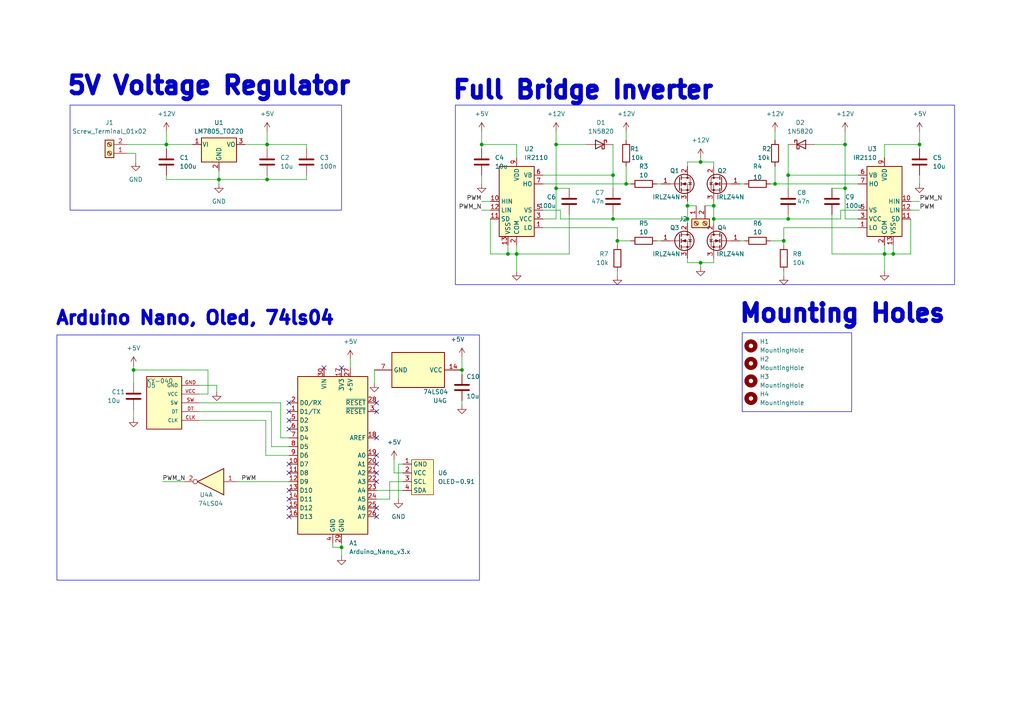
<source format=kicad_sch>
(kicad_sch (version 20230121) (generator eeschema)
  (paper "A4")
  (title_block (title "Full Bridge Inverter") (rev "3") (company "Yohanes Stefanus"))
  (lib_symbols
    (symbol "74xx:74LS04"
      (property "Reference" "U" (at 0 1.27 0))
      (property "Value" "74LS04" (at 0 -1.27 0))
      (symbol "74LS04_1_0"
        (polyline (pts (xy -3.81 3.81) (xy -3.81 -3.81) (xy 3.81 0) (xy -3.81 3.81)) (stroke (width 0.254)) (fill (type background)))
        (pin input line (at -7.62 0 0) (length 3.81) (name "~") (number "1"))
        (pin output inverted (at 7.62 0 180) (length 3.81) (name "~") (number "2"))
      )
      (symbol "74LS04_2_0"
        (polyline (pts (xy -3.81 3.81) (xy -3.81 -3.81) (xy 3.81 0) (xy -3.81 3.81)) (stroke (width 0.254)) (fill (type background)))
        (pin input line (at -7.62 0 0) (length 3.81) (name "~") (number "3"))
        (pin output inverted (at 7.62 0 180) (length 3.81) (name "~") (number "4"))
      )
      (symbol "74LS04_3_0"
        (polyline (pts (xy -3.81 3.81) (xy -3.81 -3.81) (xy 3.81 0) (xy -3.81 3.81)) (stroke (width 0.254)) (fill (type background)))
        (pin input line (at -7.62 0 0) (length 3.81) (name "~") (number "5"))
        (pin output inverted (at 7.62 0 180) (length 3.81) (name "~") (number "6"))
      )
      (symbol "74LS04_4_0"
        (polyline (pts (xy -3.81 3.81) (xy -3.81 -3.81) (xy 3.81 0) (xy -3.81 3.81)) (stroke (width 0.254)) (fill (type background)))
        (pin output inverted (at 7.62 0 180) (length 3.81) (name "~") (number "8"))
        (pin input line (at -7.62 0 0) (length 3.81) (name "~") (number "9"))
      )
      (symbol "74LS04_5_0"
        (polyline (pts (xy -3.81 3.81) (xy -3.81 -3.81) (xy 3.81 0) (xy -3.81 3.81)) (stroke (width 0.254)) (fill (type background)))
        (pin output inverted (at 7.62 0 180) (length 3.81) (name "~") (number "10"))
        (pin input line (at -7.62 0 0) (length 3.81) (name "~") (number "11"))
      )
      (symbol "74LS04_6_0"
        (polyline (pts (xy -3.81 3.81) (xy -3.81 -3.81) (xy 3.81 0) (xy -3.81 3.81)) (stroke (width 0.254)) (fill (type background)))
        (pin output inverted (at 7.62 0 180) (length 3.81) (name "~") (number "12"))
        (pin input line (at -7.62 0 0) (length 3.81) (name "~") (number "13"))
      )
      (symbol "74LS04_7_0"
        (pin power_in line (at 0 12.7 270) (length 5.08) (name "VCC") (number "14"))
        (pin power_in line (at 0 -12.7 90) (length 5.08) (name "GND") (number "7"))
      )
      (symbol "74LS04_7_1"
        (rectangle (start -5.08 7.62) (end 5.08 -7.62) (stroke (width 0.254)) (fill (type background)))
      )
    )
    (symbol "Connector:Screw_Terminal_01x02" (pin_names (offset 1.016) hide)
      (property "Reference" "J" (at 0 2.54 0))
      (property "Value" "Screw_Terminal_01x02" (at 0 -5.08 0))
      (symbol "Screw_Terminal_01x02_1_1"
        (rectangle (start -1.27 1.27) (end 1.27 -3.81) (stroke (width 0.254)) (fill (type background)))
        (circle (center 0 -2.54) (radius 0.635) (stroke (width 0.1524)))
        (polyline (pts (xy -0.5334 -2.2098) (xy 0.3302 -3.048)) (stroke (width 0.1524)))
        (polyline (pts (xy -0.5334 0.3302) (xy 0.3302 -0.508)) (stroke (width 0.1524)))
        (polyline (pts (xy -0.3556 -2.032) (xy 0.508 -2.8702)) (stroke (width 0.1524)))
        (polyline (pts (xy -0.3556 0.508) (xy 0.508 -0.3302)) (stroke (width 0.1524)))
        (circle (center 0 0) (radius 0.635) (stroke (width 0.1524)))
        (pin passive line (at -5.08 0 0) (length 3.81) (name "Pin_1") (number "1"))
        (pin passive line (at -5.08 -2.54 0) (length 3.81) (name "Pin_2") (number "2"))
      )
    )
    (symbol "Device:C" (pin_numbers hide) (pin_names (offset 0.254))
      (property "Reference" "C" (at 0.635 2.54 0))
      (property "Value" "C" (at 0.635 -2.54 0))
      (symbol "C_0_1"
        (polyline (pts (xy -2.032 -0.762) (xy 2.032 -0.762)) (stroke (width 0.508)))
        (polyline (pts (xy -2.032 0.762) (xy 2.032 0.762)) (stroke (width 0.508)))
      )
      (symbol "C_1_1"
        (pin passive line (at 0 3.81 270) (length 2.794) (name "~") (number "1"))
        (pin passive line (at 0 -3.81 90) (length 2.794) (name "~") (number "2"))
      )
    )
    (symbol "Device:R" (pin_numbers hide) (pin_names (offset 0))
      (property "Reference" "R" (at 2.032 0 90))
      (property "Value" "R" (at 0 0 90))
      (symbol "R_0_1"
        (rectangle (start -1.016 -2.54) (end 1.016 2.54) (stroke (width 0.254)))
      )
      (symbol "R_1_1"
        (pin passive line (at 0 3.81 270) (length 1.27) (name "~") (number "1"))
        (pin passive line (at 0 -3.81 90) (length 1.27) (name "~") (number "2"))
      )
    )
    (symbol "Diode:1N5820" (pin_numbers hide) (pin_names (offset 1.016) hide)
      (property "Reference" "D" (at 0 2.54 0))
      (property "Value" "1N5820" (at 0 -2.54 0))
      (symbol "1N5820_0_1"
        (polyline (pts (xy 1.27 0) (xy -1.27 0)))
        (polyline (pts (xy 1.27 1.27) (xy 1.27 -1.27) (xy -1.27 0) (xy 1.27 1.27)) (stroke (width 0.254)))
        (polyline (pts (xy -1.905 0.635) (xy -1.905 1.27) (xy -1.27 1.27) (xy -1.27 -1.27) (xy -0.635 -1.27) (xy -0.635 -0.635)) (stroke (width 0.254)))
      )
      (symbol "1N5820_1_1"
        (pin passive line (at -3.81 0 0) (length 2.54) (name "K") (number "1"))
        (pin passive line (at 3.81 0 180) (length 2.54) (name "A") (number "2"))
      )
    )
    (symbol "Driver_FET:IR2110"
      (property "Reference" "U" (at 1.27 13.335 0))
      (property "Value" "IR2110" (at 1.27 11.43 0))
      (symbol "IR2110_0_1"
        (rectangle (start -5.08 -10.16) (end 5.08 10.16) (stroke (width 0.254)) (fill (type background)))
      )
      (symbol "IR2110_1_1"
        (pin output line (at 7.62 -7.62 180) (length 2.54) (name "LO") (number "1"))
        (pin input line (at -7.62 0 0) (length 2.54) (name "HIN") (number "10"))
        (pin input line (at -7.62 -5.08 0) (length 2.54) (name "SD") (number "11"))
        (pin input line (at -7.62 -2.54 0) (length 2.54) (name "LIN") (number "12"))
        (pin power_in line (at -2.54 -12.7 90) (length 2.54) (name "VSS") (number "13"))
        (pin no_connect line (at -5.08 2.54 0) (length 2.54) hide (name "NC") (number "14"))
        (pin power_in line (at 0 -12.7 90) (length 2.54) (name "COM") (number "2"))
        (pin power_in line (at 7.62 -5.08 180) (length 2.54) (name "VCC") (number "3"))
        (pin no_connect line (at -5.08 7.62 0) (length 2.54) hide (name "NC") (number "4"))
        (pin passive line (at 7.62 -2.54 180) (length 2.54) (name "VS") (number "5"))
        (pin passive line (at 7.62 7.62 180) (length 2.54) (name "VB") (number "6"))
        (pin output line (at 7.62 5.08 180) (length 2.54) (name "HO") (number "7"))
        (pin no_connect line (at -5.08 5.08 0) (length 2.54) hide (name "NC") (number "8"))
        (pin power_in line (at 0 12.7 270) (length 2.54) (name "VDD") (number "9"))
      )
    )
    (symbol "KY-040:KY-040" (pin_names (offset 1.016))
      (property "Reference" "U" (at -5.08 10.16 0))
      (property "Value" "KY-040" (at -5.08 -12.7 0))
      (symbol "KY-040_0_0"
        (rectangle (start -5.08 -7.62) (end 5.08 7.62) (stroke (width 0.254)) (fill (type background)))
        (pin output line (at -10.16 5.08 0) (length 5.08) (name "CLK") (number "CLK"))
        (pin output line (at -10.16 2.54 0) (length 5.08) (name "DT") (number "DT"))
        (pin power_in line (at -10.16 -5.08 0) (length 5.08) (name "GND") (number "GND"))
        (pin output line (at -10.16 0 0) (length 5.08) (name "SW") (number "SW"))
        (pin power_in line (at -10.16 -2.54 0) (length 5.08) (name "VCC") (number "VCC"))
      )
    )
    (symbol "MCU_Module:Arduino_Nano_v3.x"
      (property "Reference" "A" (at -10.16 23.495 0))
      (property "Value" "Arduino_Nano_v3.x" (at 5.08 -24.13 0))
      (symbol "Arduino_Nano_v3.x_0_1"
        (rectangle (start -10.16 22.86) (end 10.16 -22.86) (stroke (width 0.254)) (fill (type background)))
      )
      (symbol "Arduino_Nano_v3.x_1_1"
        (pin bidirectional line (at -12.7 12.7 0) (length 2.54) (name "D1/TX") (number "1"))
        (pin bidirectional line (at -12.7 -2.54 0) (length 2.54) (name "D7") (number "10"))
        (pin bidirectional line (at -12.7 -5.08 0) (length 2.54) (name "D8") (number "11"))
        (pin bidirectional line (at -12.7 -7.62 0) (length 2.54) (name "D9") (number "12"))
        (pin bidirectional line (at -12.7 -10.16 0) (length 2.54) (name "D10") (number "13"))
        (pin bidirectional line (at -12.7 -12.7 0) (length 2.54) (name "D11") (number "14"))
        (pin bidirectional line (at -12.7 -15.24 0) (length 2.54) (name "D12") (number "15"))
        (pin bidirectional line (at -12.7 -17.78 0) (length 2.54) (name "D13") (number "16"))
        (pin power_out line (at 2.54 25.4 270) (length 2.54) (name "3V3") (number "17"))
        (pin input line (at 12.7 5.08 180) (length 2.54) (name "AREF") (number "18"))
        (pin bidirectional line (at 12.7 0 180) (length 2.54) (name "A0") (number "19"))
        (pin bidirectional line (at -12.7 15.24 0) (length 2.54) (name "D0/RX") (number "2"))
        (pin bidirectional line (at 12.7 -2.54 180) (length 2.54) (name "A1") (number "20"))
        (pin bidirectional line (at 12.7 -5.08 180) (length 2.54) (name "A2") (number "21"))
        (pin bidirectional line (at 12.7 -7.62 180) (length 2.54) (name "A3") (number "22"))
        (pin bidirectional line (at 12.7 -10.16 180) (length 2.54) (name "A4") (number "23"))
        (pin bidirectional line (at 12.7 -12.7 180) (length 2.54) (name "A5") (number "24"))
        (pin bidirectional line (at 12.7 -15.24 180) (length 2.54) (name "A6") (number "25"))
        (pin bidirectional line (at 12.7 -17.78 180) (length 2.54) (name "A7") (number "26"))
        (pin power_out line (at 5.08 25.4 270) (length 2.54) (name "+5V") (number "27"))
        (pin input line (at 12.7 15.24 180) (length 2.54) (name "~{RESET}") (number "28"))
        (pin power_in line (at 2.54 -25.4 90) (length 2.54) (name "GND") (number "29"))
        (pin input line (at 12.7 12.7 180) (length 2.54) (name "~{RESET}") (number "3"))
        (pin power_in line (at -2.54 25.4 270) (length 2.54) (name "VIN") (number "30"))
        (pin power_in line (at 0 -25.4 90) (length 2.54) (name "GND") (number "4"))
        (pin bidirectional line (at -12.7 10.16 0) (length 2.54) (name "D2") (number "5"))
        (pin bidirectional line (at -12.7 7.62 0) (length 2.54) (name "D3") (number "6"))
        (pin bidirectional line (at -12.7 5.08 0) (length 2.54) (name "D4") (number "7"))
        (pin bidirectional line (at -12.7 2.54 0) (length 2.54) (name "D5") (number "8"))
        (pin bidirectional line (at -12.7 0 0) (length 2.54) (name "D6") (number "9"))
      )
    )
    (symbol "Mechanical:MountingHole" (pin_names (offset 1.016))
      (property "Reference" "H" (at 0 5.08 0))
      (property "Value" "MountingHole" (at 0 3.175 0))
      (symbol "MountingHole_0_1"
        (circle (center 0 0) (radius 1.27) (stroke (width 1.27)))
      )
    )
    (symbol "Regulator_Linear:LM7805_TO220" (pin_names (offset 0.254))
      (property "Reference" "U" (at -3.81 3.175 0))
      (property "Value" "LM7805_TO220" (at 0 3.175 0))
      (symbol "LM7805_TO220_0_1"
        (rectangle (start -5.08 1.905) (end 5.08 -5.08) (stroke (width 0.254)) (fill (type background)))
      )
      (symbol "LM7805_TO220_1_1"
        (pin power_in line (at -7.62 0 0) (length 2.54) (name "VI") (number "1"))
        (pin power_in line (at 0 -7.62 90) (length 2.54) (name "GND") (number "2"))
        (pin power_out line (at 7.62 0 180) (length 2.54) (name "VO") (number "3"))
      )
    )
    (symbol "SSD1306-0.91-OLED-4pin-128x32:OLED-0.91"
      (property "Reference" "U?" (at -5.08 1.27 0))
      (property "Value" "OLED-0.91" (at -1.27 3.81 0))
      (symbol "OLED-0.91_1_1"
        (rectangle (start -6.35 0) (end 0 -10.16) (fill (type background)))
        (pin bidirectional line (at -8.89 -1.27 0) (length 2.54) (name "GND") (number "1"))
        (pin bidirectional line (at -8.89 -3.81 0) (length 2.54) (name "VCC") (number "2"))
        (pin bidirectional line (at -8.89 -6.35 0) (length 2.54) (name "SCL") (number "3"))
        (pin bidirectional line (at -8.89 -8.89 0) (length 2.54) (name "SDA") (number "4"))
      )
    )
    (symbol "Transistor_FET:IRLZ44N" (pin_names hide)
      (property "Reference" "Q" (at 5.08 1.905 0))
      (property "Value" "IRLZ44N" (at 5.08 0 0))
      (symbol "IRLZ44N_0_1"
        (polyline (pts (xy 0.254 0) (xy -2.54 0)))
        (polyline (pts (xy 0.254 1.905) (xy 0.254 -1.905)) (stroke (width 0.254)))
        (polyline (pts (xy 0.762 -1.27) (xy 0.762 -2.286)) (stroke (width 0.254)))
        (polyline (pts (xy 0.762 0.508) (xy 0.762 -0.508)) (stroke (width 0.254)))
        (polyline (pts (xy 0.762 2.286) (xy 0.762 1.27)) (stroke (width 0.254)))
        (polyline (pts (xy 2.54 2.54) (xy 2.54 1.778)))
        (polyline (pts (xy 2.54 -2.54) (xy 2.54 0) (xy 0.762 0)))
        (polyline (pts (xy 0.762 -1.778) (xy 3.302 -1.778) (xy 3.302 1.778) (xy 0.762 1.778)))
        (polyline (pts (xy 1.016 0) (xy 2.032 0.381) (xy 2.032 -0.381) (xy 1.016 0)) (fill (type outline)))
        (polyline (pts (xy 2.794 0.508) (xy 2.921 0.381) (xy 3.683 0.381) (xy 3.81 0.254)))
        (polyline (pts (xy 3.302 0.381) (xy 2.921 -0.254) (xy 3.683 -0.254) (xy 3.302 0.381)))
        (circle (center 1.651 0) (radius 2.794) (stroke (width 0.254)))
        (circle (center 2.54 -1.778) (radius 0.254) (fill (type outline)))
        (circle (center 2.54 1.778) (radius 0.254) (fill (type outline)))
      )
      (symbol "IRLZ44N_1_1"
        (pin input line (at -5.08 0 0) (length 2.54) (name "G") (number "1"))
        (pin passive line (at 2.54 5.08 270) (length 2.54) (name "D") (number "2"))
        (pin passive line (at 2.54 -5.08 90) (length 2.54) (name "S") (number "3"))
      )
    )
    (symbol "power:+12V" (power) (pin_names (offset 0))
      (property "Value" "+12V" (at 0 3.556 0))
      (symbol "+12V_0_1"
        (polyline (pts (xy -0.762 1.27) (xy 0 2.54)))
        (polyline (pts (xy 0 0) (xy 0 2.54)))
        (polyline (pts (xy 0 2.54) (xy 0.762 1.27)))
      )
      (symbol "+12V_1_1"
        (pin power_in line (at 0 0 90) (length 0) hide (name "+12V") (number "1"))
      )
    )
    (symbol "power:+5V" (power) (pin_names (offset 0))
      (property "Value" "+5V" (at 0 3.556 0))
      (symbol "+5V_0_1"
        (polyline (pts (xy -0.762 1.27) (xy 0 2.54)))
        (polyline (pts (xy 0 0) (xy 0 2.54)))
        (polyline (pts (xy 0 2.54) (xy 0.762 1.27)))
      )
      (symbol "+5V_1_1"
        (pin power_in line (at 0 0 90) (length 0) hide (name "+5V") (number "1"))
      )
    )
    (symbol "power:GND" (power) (pin_names (offset 0))
      (property "Value" "GND" (at 0 -3.81 0))
      (symbol "GND_0_1"
        (polyline (pts (xy 0 0) (xy 0 -1.27) (xy 1.27 -1.27) (xy 0 -2.54) (xy -1.27 -1.27) (xy 0 -1.27)))
      )
      (symbol "GND_1_1"
        (pin power_in line (at 0 0 270) (length 0) hide (name "GND") (number "1"))
      )
    )
  )
  (junction (at 245.11 54.61))
  (junction (at 203.2 46.99))
  (junction (at 77.47 52.07))
  (junction (at 48.26 41.91))
  (junction (at 227.33 69.85))
  (junction (at 181.61 53.34))
  (junction (at 203.2 76.2))
  (junction (at 161.29 41.91))
  (junction (at 228.6 63.5))
  (junction (at 177.8 50.8))
  (junction (at 77.47 41.91))
  (junction (at 139.7 41.91))
  (junction (at 259.08 73.66))
  (junction (at 228.6 50.8))
  (junction (at 147.32 73.66))
  (junction (at 207.01 59.69))
  (junction (at 177.8 63.5))
  (junction (at 99.06 158.75))
  (junction (at 63.5 52.07))
  (junction (at 149.86 73.66))
  (junction (at 224.79 53.34))
  (junction (at 266.7 41.91))
  (junction (at 207.01 63.5))
  (junction (at 199.39 63.5))
  (junction (at 256.54 73.66))
  (junction (at 179.07 69.85))
  (junction (at 38.735 107.315))
  (junction (at 245.11 41.91))
  (junction (at 133.985 107.315))
  (junction (at 199.39 59.69))
  (junction (at 161.29 54.61))
  (no_connect (at 109.22 139.7))
  (no_connect (at 109.22 137.16))
  (no_connect (at 99.06 106.68))
  (no_connect (at 83.82 134.62))
  (no_connect (at 109.22 149.86))
  (no_connect (at 109.22 134.62))
  (no_connect (at 83.82 147.32))
  (no_connect (at 83.82 124.46))
  (no_connect (at 109.22 132.08))
  (no_connect (at 83.82 119.38))
  (no_connect (at 109.22 119.38))
  (no_connect (at 83.82 137.16))
  (no_connect (at 83.82 142.24))
  (no_connect (at 83.82 116.84))
  (no_connect (at 83.82 144.78))
  (no_connect (at 109.22 116.84))
  (no_connect (at 83.82 121.92))
  (no_connect (at 83.82 149.86))
  (no_connect (at 93.98 106.68))
  (no_connect (at 109.22 147.32))
  (no_connect (at 109.22 127))
  (wire (pts (xy 179.07 69.85) (xy 182.88 69.85)))
  (wire (pts (xy 142.24 60.96) (xy 139.7 60.96)))
  (wire (pts (xy 177.8 50.8) (xy 177.8 54.61)))
  (wire (pts (xy 256.54 41.91) (xy 266.7 41.91)))
  (wire (pts (xy 177.8 50.8) (xy 157.48 50.8)))
  (wire (pts (xy 199.39 59.69) (xy 199.39 63.5)))
  (wire (pts (xy 132.715 107.315) (xy 133.985 107.315)))
  (wire (pts (xy 48.26 50.8) (xy 48.26 52.07)))
  (wire (pts (xy 149.86 41.91) (xy 139.7 41.91)))
  (wire (pts (xy 48.26 52.07) (xy 63.5 52.07)))
  (wire (pts (xy 207.01 74.93) (xy 207.01 76.2)))
  (wire (pts (xy 114.3 133.35) (xy 114.3 137.16)))
  (wire (pts (xy 83.82 132.08) (xy 77.089 132.08)))
  (wire (pts (xy 78.74 129.54) (xy 83.82 129.54)))
  (wire (pts (xy 199.39 48.26) (xy 199.39 46.99)))
  (wire (pts (xy 68.707 139.7) (xy 83.82 139.7)))
  (wire (pts (xy 142.24 73.66) (xy 147.32 73.66)))
  (wire (pts (xy 241.3 73.66) (xy 256.54 73.66)))
  (wire (pts (xy 81.407 127) (xy 83.82 127)))
  (wire (pts (xy 199.39 58.42) (xy 199.39 59.69)))
  (wire (pts (xy 63.5 52.07) (xy 63.5 53.34)))
  (wire (pts (xy 165.1 73.66) (xy 149.86 73.66)))
  (wire (pts (xy 161.29 38.1) (xy 161.29 41.91)))
  (wire (pts (xy 147.32 71.12) (xy 147.32 73.66)))
  (wire (pts (xy 161.29 41.91) (xy 161.29 54.61)))
  (wire (pts (xy 228.6 41.91) (xy 228.6 50.8)))
  (wire (pts (xy 199.39 63.5) (xy 177.8 63.5)))
  (wire (pts (xy 199.39 74.93) (xy 199.39 76.2)))
  (wire (pts (xy 139.7 43.18) (xy 139.7 41.91)))
  (wire (pts (xy 264.16 60.96) (xy 266.7 60.96)))
  (wire (pts (xy 256.54 41.91) (xy 256.54 45.72)))
  (wire (pts (xy 256.54 71.12) (xy 256.54 73.66)))
  (wire (pts (xy 63.5 49.53) (xy 63.5 52.07)))
  (wire (pts (xy 71.12 41.91) (xy 77.47 41.91)))
  (wire (pts (xy 57.785 119.38) (xy 78.74 119.38)))
  (wire (pts (xy 236.22 41.91) (xy 245.11 41.91)))
  (wire (pts (xy 149.86 41.91) (xy 149.86 45.72)))
  (wire (pts (xy 133.985 103.505) (xy 133.985 107.315)))
  (wire (pts (xy 99.06 158.75) (xy 99.06 161.29)))
  (wire (pts (xy 214.63 69.85) (xy 215.9 69.85)))
  (wire (pts (xy 133.985 116.205) (xy 133.985 117.475)))
  (wire (pts (xy 109.22 142.24) (xy 116.84 142.24)))
  (wire (pts (xy 199.39 46.99) (xy 203.2 46.99)))
  (wire (pts (xy 179.07 71.12) (xy 179.07 69.85)))
  (wire (pts (xy 256.54 73.66) (xy 256.54 78.74)))
  (wire (pts (xy 149.86 71.12) (xy 149.86 73.66)))
  (wire (pts (xy 139.7 38.1) (xy 139.7 41.91)))
  (wire (pts (xy 88.9 43.18) (xy 88.9 41.91)))
  (wire (pts (xy 38.735 106.045) (xy 38.735 107.315)))
  (wire (pts (xy 199.39 59.69) (xy 201.93 59.69)))
  (wire (pts (xy 36.83 41.91) (xy 48.26 41.91)))
  (wire (pts (xy 77.47 41.91) (xy 77.47 43.18)))
  (wire (pts (xy 77.47 41.91) (xy 88.9 41.91)))
  (wire (pts (xy 170.18 41.91) (xy 161.29 41.91)))
  (wire (pts (xy 48.26 38.1) (xy 48.26 41.91)))
  (wire (pts (xy 264.16 63.5) (xy 264.16 73.66)))
  (wire (pts (xy 203.2 45.72) (xy 203.2 46.99)))
  (wire (pts (xy 243.84 60.96) (xy 243.84 63.5)))
  (wire (pts (xy 48.26 43.18) (xy 48.26 41.91)))
  (wire (pts (xy 207.01 58.42) (xy 207.01 59.69)))
  (wire (pts (xy 207.01 46.99) (xy 207.01 48.26)))
  (wire (pts (xy 48.26 41.91) (xy 55.88 41.91)))
  (wire (pts (xy 259.08 71.12) (xy 259.08 73.66)))
  (wire (pts (xy 57.785 116.84) (xy 81.407 116.84)))
  (wire (pts (xy 227.33 66.04) (xy 248.92 66.04)))
  (wire (pts (xy 248.92 63.5) (xy 245.11 63.5)))
  (wire (pts (xy 38.735 118.745) (xy 38.735 121.285)))
  (wire (pts (xy 162.56 63.5) (xy 177.8 63.5)))
  (wire (pts (xy 179.07 69.85) (xy 179.07 66.04)))
  (wire (pts (xy 223.52 69.85) (xy 227.33 69.85)))
  (wire (pts (xy 224.79 53.34) (xy 248.92 53.34)))
  (wire (pts (xy 81.407 116.84) (xy 81.407 127)))
  (wire (pts (xy 214.63 53.34) (xy 215.9 53.34)))
  (wire (pts (xy 88.9 50.8) (xy 88.9 52.07)))
  (wire (pts (xy 224.79 48.26) (xy 224.79 53.34)))
  (wire (pts (xy 139.7 50.8) (xy 139.7 53.34)))
  (wire (pts (xy 264.16 58.42) (xy 266.7 58.42)))
  (wire (pts (xy 96.52 157.48) (xy 96.52 158.75)))
  (wire (pts (xy 165.1 54.61) (xy 161.29 54.61)))
  (wire (pts (xy 203.2 46.99) (xy 207.01 46.99)))
  (wire (pts (xy 157.48 63.5) (xy 161.29 63.5)))
  (wire (pts (xy 157.48 60.96) (xy 162.56 60.96)))
  (wire (pts (xy 77.47 52.07) (xy 88.9 52.07)))
  (wire (pts (xy 101.6 104.14) (xy 101.6 106.68)))
  (wire (pts (xy 47.117 139.7) (xy 53.467 139.7)))
  (wire (pts (xy 78.74 119.38) (xy 78.74 129.54)))
  (wire (pts (xy 142.24 63.5) (xy 142.24 73.66)))
  (wire (pts (xy 207.01 63.5) (xy 228.6 63.5)))
  (wire (pts (xy 243.84 63.5) (xy 228.6 63.5)))
  (wire (pts (xy 113.03 139.7) (xy 113.03 144.78)))
  (wire (pts (xy 204.47 59.69) (xy 207.01 59.69)))
  (wire (pts (xy 162.56 60.96) (xy 162.56 63.5)))
  (wire (pts (xy 266.7 43.18) (xy 266.7 41.91)))
  (wire (pts (xy 266.7 50.8) (xy 266.7 53.34)))
  (wire (pts (xy 108.585 107.315) (xy 108.585 111.125)))
  (wire (pts (xy 181.61 53.34) (xy 157.48 53.34)))
  (wire (pts (xy 77.47 38.1) (xy 77.47 41.91)))
  (wire (pts (xy 228.6 63.5) (xy 228.6 62.23)))
  (wire (pts (xy 224.79 38.1) (xy 224.79 40.64)))
  (wire (pts (xy 161.29 54.61) (xy 161.29 63.5)))
  (wire (pts (xy 133.985 108.585) (xy 133.985 107.315)))
  (wire (pts (xy 245.11 41.91) (xy 245.11 54.61)))
  (wire (pts (xy 116.84 139.7) (xy 113.03 139.7)))
  (wire (pts (xy 241.3 62.23) (xy 241.3 73.66)))
  (wire (pts (xy 266.7 38.1) (xy 266.7 41.91)))
  (wire (pts (xy 228.6 50.8) (xy 248.92 50.8)))
  (wire (pts (xy 182.88 53.34) (xy 181.61 53.34)))
  (wire (pts (xy 36.83 44.45) (xy 39.37 44.45)))
  (wire (pts (xy 63.5 52.07) (xy 77.47 52.07)))
  (wire (pts (xy 62.865 111.76) (xy 62.865 113.665)))
  (wire (pts (xy 57.785 114.3) (xy 60.325 114.3)))
  (wire (pts (xy 181.61 38.1) (xy 181.61 40.64)))
  (wire (pts (xy 165.1 62.23) (xy 165.1 73.66)))
  (wire (pts (xy 57.785 111.76) (xy 62.865 111.76)))
  (wire (pts (xy 77.089 132.08) (xy 77.089 121.92)))
  (wire (pts (xy 227.33 69.85) (xy 227.33 66.04)))
  (wire (pts (xy 227.33 78.74) (xy 227.33 80.01)))
  (wire (pts (xy 264.16 73.66) (xy 259.08 73.66)))
  (wire (pts (xy 190.5 53.34) (xy 191.77 53.34)))
  (wire (pts (xy 259.08 73.66) (xy 256.54 73.66)))
  (wire (pts (xy 179.07 66.04) (xy 157.48 66.04)))
  (wire (pts (xy 248.92 60.96) (xy 243.84 60.96)))
  (wire (pts (xy 116.84 137.16) (xy 114.3 137.16)))
  (wire (pts (xy 38.735 107.315) (xy 38.735 111.125)))
  (wire (pts (xy 228.6 50.8) (xy 228.6 54.61)))
  (wire (pts (xy 207.01 63.5) (xy 207.01 64.77)))
  (wire (pts (xy 142.24 58.42) (xy 139.7 58.42)))
  (wire (pts (xy 203.2 76.2) (xy 203.2 77.47)))
  (wire (pts (xy 245.11 38.1) (xy 245.11 41.91)))
  (wire (pts (xy 179.07 78.74) (xy 179.07 80.01)))
  (wire (pts (xy 60.325 107.315) (xy 60.325 114.3)))
  (wire (pts (xy 223.52 53.34) (xy 224.79 53.34)))
  (wire (pts (xy 77.47 50.8) (xy 77.47 52.07)))
  (wire (pts (xy 207.01 59.69) (xy 207.01 63.5)))
  (wire (pts (xy 199.39 63.5) (xy 199.39 64.77)))
  (wire (pts (xy 38.735 107.315) (xy 60.325 107.315)))
  (wire (pts (xy 241.3 54.61) (xy 245.11 54.61)))
  (wire (pts (xy 39.37 44.45) (xy 39.37 46.99)))
  (wire (pts (xy 199.39 76.2) (xy 203.2 76.2)))
  (wire (pts (xy 245.11 54.61) (xy 245.11 63.5)))
  (wire (pts (xy 190.5 69.85) (xy 191.77 69.85)))
  (wire (pts (xy 181.61 48.26) (xy 181.61 53.34)))
  (wire (pts (xy 147.32 73.66) (xy 149.86 73.66)))
  (wire (pts (xy 109.22 144.78) (xy 113.03 144.78)))
  (wire (pts (xy 116.84 134.62) (xy 115.57 134.62)))
  (wire (pts (xy 77.089 121.92) (xy 57.785 121.92)))
  (wire (pts (xy 203.2 76.2) (xy 207.01 76.2)))
  (wire (pts (xy 96.52 158.75) (xy 99.06 158.75)))
  (wire (pts (xy 115.57 134.62) (xy 115.57 144.78)))
  (wire (pts (xy 149.86 73.66) (xy 149.86 78.74)))
  (wire (pts (xy 227.33 71.12) (xy 227.33 69.85)))
  (wire (pts (xy 177.8 41.91) (xy 177.8 50.8)))
  (wire (pts (xy 99.06 157.48) (xy 99.06 158.75)))
  (wire (pts (xy 177.8 63.5) (xy 177.8 62.23)))
  (rectangle (start 215.265 96.52) (end 247.015 119.38))
  (rectangle (start 20.32 30.48) (end 20.32 30.48))
  (rectangle (start 132.08 30.48) (end 276.86 82.55))
  (rectangle (start 16.51 97.155) (end 139.065 168.275))
  (rectangle (start 20.32 30.48) (end 99.06 60.96))
  (text "Arduino Nano, Oled, 74ls04" (at 15.875 94.615 0) (effects (font (size 3.81 3.81) (thickness 1.524) bold) (justify left bottom)))
  (text "Full Bridge Inverter" (at 130.81 29.21 0) (effects (font (size 5.08 5.08) (thickness 1.524) bold) (justify left bottom)))
  (text "Mounting Holes" (at 213.995 93.98 0) (effects (font (size 5.08 5.08) (thickness 1.524) bold) (justify left bottom)))
  (text "5V Voltage Regulator" (at 19.05 27.94 0) (effects (font (size 5.08 5.08) (thickness 1.524) bold) (justify left bottom)))
  (label "PWM_N" (at 139.7 60.96 180))
  (label "PWM_N" (at 47.117 139.7 0))
  (label "PWM" (at 139.7 58.42 180))
  (label "PWM" (at 69.977 139.7 0))
  (label "PWM_N" (at 266.7 58.42 0))
  (label "PWM" (at 266.7 60.96 0))
  (symbol (lib_id "74xx:74LS04") (at 121.285 107.315 270) (unit 7)
    (property "Reference" "U4" (at 127.635 116.205 90))
    (property "Value" "74LS04" (at 126.365 113.665 90))
    (property "Footprint" "Package_DIP:DIP-14_W7.62mm_Socket_LongPads" (effects hide))
    (property "Datasheet" "http://www.ti.com/lit/gpn/sn74LS04" (effects hide))
  )
  (symbol (lib_id "Regulator_Linear:LM7805_TO220") (at 63.5 41.91 0) (unit 1)
    (property "Reference" "U1" (at 63.5 35.56 0))
    (property "Value" "LM7805_TO220" (at 63.5 38.1 0))
    (property "Footprint" "Package_TO_SOT_THT:TO-220-3_Vertical" (effects hide))
    (property "Datasheet" "https://www.onsemi.cn/PowerSolutions/document/MC7800-D.PDF" (effects hide))
  )
  (symbol (lib_id "power:+5V") (at 101.6 104.14 0) (unit 1)
    (property "Reference" "#PWR020" (effects hide))
    (property "Value" "+5V" (at 101.6 99.06 0))
  )
  (symbol (lib_id "Device:C") (at 241.3 58.42 0) (unit 1)
    (property "Reference" "C9" (at 245.11 57.15 0) (effects (justify left)))
    (property "Value" "100u" (at 245.11 59.69 0) (effects (justify left)))
    (property "Footprint" "Capacitor_THT:C_Radial_D8.0mm_H11.5mm_P3.50mm" (effects hide))
  )
  (symbol (lib_id "power:+12V") (at 224.79 38.1 0) (unit 1)
    (property "Reference" "#PWR06" (effects hide))
    (property "Value" "+12V" (at 224.79 33.02 0))
  )
  (symbol (lib_id "Device:C") (at 77.47 46.99 0) (unit 1)
    (property "Reference" "C2" (at 81.28 45.72 0) (effects (justify left)))
    (property "Value" "10u" (at 81.28 48.26 0) (effects (justify left)))
    (property "Footprint" "Capacitor_THT:C_Radial_D5.0mm_H11.0mm_P2.00mm" (effects hide))
  )
  (symbol (lib_id "Connector:Screw_Terminal_01x02") (at 31.75 44.45 180) (unit 1)
    (property "Reference" "J1" (at 31.75 35.56 0))
    (property "Value" "Screw_Terminal_01x02" (at 31.75 38.1 0))
    (property "Footprint" "HB9500:HB9500" (effects hide))
  )
  (symbol (lib_id "Device:C") (at 177.8 58.42 0) (mirror y) (unit 1)
    (property "Reference" "C7" (at 175.26 55.88 0) (effects (justify left)))
    (property "Value" "47n" (at 175.26 58.42 0) (effects (justify left)))
    (property "Footprint" "Capacitor_THT:C_Disc_D3.0mm_W1.6mm_P2.50mm" (effects hide))
  )
  (symbol (lib_id "Device:C") (at 165.1 58.42 0) (mirror y) (unit 1)
    (property "Reference" "C6" (at 161.29 57.15 0) (effects (justify left)))
    (property "Value" "100u" (at 161.29 59.69 0) (effects (justify left)))
    (property "Footprint" "Capacitor_THT:C_Radial_D8.0mm_H11.5mm_P3.50mm" (effects hide))
  )
  (symbol (lib_id "power:+5V") (at 38.735 106.045 0) (unit 1)
    (property "Reference" "#PWR021" (effects hide))
    (property "Value" "+5V" (at 38.735 100.965 0))
  )
  (symbol (lib_id "power:GND") (at 227.33 80.01 0) (unit 1)
    (property "Reference" "#PWR018" (effects hide))
    (property "Value" "GND" (effects hide))
  )
  (symbol (lib_id "Connector:Screw_Terminal_01x02") (at 201.93 64.77 90) (mirror x) (unit 1)
    (property "Reference" "J2" (at 199.39 63.5 90) (effects (justify left)))
    (property "Value" "Screw_Terminal_01x02" (effects hide))
    (property "Footprint" "HB9500:HB9500" (effects hide))
  )
  (symbol (lib_id "power:+5V") (at 114.3 133.35 0) (unit 1)
    (property "Reference" "#PWR027" (effects hide))
    (property "Value" "+5V" (at 114.3 128.27 0))
  )
  (symbol (lib_id "power:+12V") (at 181.61 38.1 0) (mirror y) (unit 1)
    (property "Reference" "#PWR05" (effects hide))
    (property "Value" "+12V" (at 181.61 33.02 0))
  )
  (symbol (lib_id "power:GND") (at 133.985 117.475 0) (unit 1)
    (property "Reference" "#PWR024" (effects hide))
    (property "Value" "GND" (effects hide))
  )
  (symbol (lib_id "Device:C") (at 228.6 58.42 0) (unit 1)
    (property "Reference" "C8" (at 231.14 55.88 0) (effects (justify left)))
    (property "Value" "47n" (at 231.14 58.42 0) (effects (justify left)))
    (property "Footprint" "Capacitor_THT:C_Disc_D3.0mm_W1.6mm_P2.50mm" (effects hide))
  )
  (symbol (lib_id "power:GND") (at 266.7 53.34 0) (unit 1)
    (property "Reference" "#PWR013" (effects hide))
    (property "Value" "GND" (effects hide))
  )
  (symbol (lib_id "Mechanical:MountingHole") (at 217.805 105.41 0) (unit 1)
    (property "Reference" "H2" (at 220.345 104.14 0) (effects (justify left)))
    (property "Value" "MountingHole" (at 220.345 106.68 0) (effects (justify left)))
    (property "Footprint" "MountingHole:MountingHole_3.2mm_M3_DIN965" (effects hide))
  )
  (symbol (lib_id "74xx:74LS04") (at 61.087 139.7 180) (unit 1)
    (property "Reference" "U4" (at 59.817 143.51 0))
    (property "Value" "74LS04" (at 61.087 146.05 0))
    (property "Footprint" "Package_DIP:DIP-14_W7.62mm_Socket_LongPads" (effects hide))
    (property "Datasheet" "http://www.ti.com/lit/gpn/sn74LS04" (effects hide))
  )
  (symbol (lib_id "Device:C") (at 48.26 46.99 0) (unit 1)
    (property "Reference" "C1" (at 52.07 45.72 0) (effects (justify left)))
    (property "Value" "100u" (at 52.07 48.26 0) (effects (justify left)))
    (property "Footprint" "Capacitor_THT:C_Radial_D8.0mm_H11.5mm_P3.50mm" (effects hide))
  )
  (symbol (lib_id "Transistor_FET:IRLZ44N") (at 196.85 53.34 0) (unit 1)
    (property "Reference" "Q1" (at 194.31 49.53 0) (effects (justify left)))
    (property "Value" "IRLZ44N" (at 189.23 57.15 0) (effects (justify left)))
    (property "Footprint" "Package_TO_SOT_THT:TO-220-3_Vertical" (effects hide))
    (property "Datasheet" "http://www.irf.com/product-info/datasheets/data/irlz44n.pdf" (effects hide))
  )
  (symbol (lib_id "power:+5V") (at 139.7 38.1 0) (mirror y) (unit 1)
    (property "Reference" "#PWR03" (effects hide))
    (property "Value" "+5V" (at 139.7 33.02 0))
  )
  (symbol (lib_id "Device:R") (at 224.79 44.45 180) (unit 1)
    (property "Reference" "R2" (at 220.98 43.18 0) (effects (justify right)))
    (property "Value" "10k" (at 219.71 45.72 0) (effects (justify right)))
    (property "Footprint" "Resistor_THT:R_Axial_DIN0411_L9.9mm_D3.6mm_P12.70mm_Horizontal" (effects hide))
  )
  (symbol (lib_id "Device:C") (at 38.735 114.935 0) (unit 1)
    (property "Reference" "C11" (at 32.385 113.665 0) (effects (justify left)))
    (property "Value" "10u" (at 31.115 116.205 0) (effects (justify left)))
    (property "Footprint" "Capacitor_THT:C_Radial_D5.0mm_H11.0mm_P2.00mm" (effects hide))
  )
  (symbol (lib_id "power:GND") (at 63.5 53.34 0) (unit 1)
    (property "Reference" "#PWR011" (effects hide))
    (property "Value" "GND" (at 63.5 58.42 0))
  )
  (symbol (lib_id "Device:R") (at 219.71 53.34 90) (unit 1)
    (property "Reference" "R4" (at 219.71 48.26 90))
    (property "Value" "10" (at 219.71 51.435 90))
    (property "Footprint" "Resistor_THT:R_Axial_DIN0411_L9.9mm_D3.6mm_P12.70mm_Horizontal" (effects hide))
  )
  (symbol (lib_id "power:+12V") (at 48.26 38.1 0) (unit 1)
    (property "Reference" "#PWR01" (effects hide))
    (property "Value" "+12V" (at 48.26 33.02 0))
  )
  (symbol (lib_id "power:GND") (at 203.2 77.47 0) (unit 1)
    (property "Reference" "#PWR014" (effects hide))
    (property "Value" "GND" (effects hide))
  )
  (symbol (lib_id "power:GND") (at 108.585 111.125 0) (unit 1)
    (property "Reference" "#PWR022" (effects hide))
    (property "Value" "GND" (effects hide))
  )
  (symbol (lib_id "power:GND") (at 139.7 53.34 0) (mirror y) (unit 1)
    (property "Reference" "#PWR012" (effects hide))
    (property "Value" "GND" (effects hide))
  )
  (symbol (lib_id "Device:R") (at 186.69 53.34 270) (mirror x) (unit 1)
    (property "Reference" "R3" (at 186.69 48.26 90))
    (property "Value" "10" (at 186.69 50.8 90))
    (property "Footprint" "Resistor_THT:R_Axial_DIN0411_L9.9mm_D3.6mm_P12.70mm_Horizontal" (effects hide))
  )
  (symbol (lib_id "Device:R") (at 219.71 69.85 90) (unit 1)
    (property "Reference" "R6" (at 219.71 64.77 90))
    (property "Value" "10" (at 219.71 67.31 90))
    (property "Footprint" "Resistor_THT:R_Axial_DIN0411_L9.9mm_D3.6mm_P12.70mm_Horizontal" (effects hide))
  )
  (symbol (lib_id "power:GND") (at 38.735 121.285 0) (unit 1)
    (property "Reference" "#PWR025" (effects hide))
    (property "Value" "GND" (effects hide))
  )
  (symbol (lib_id "power:+5V") (at 266.7 38.1 0) (unit 1)
    (property "Reference" "#PWR08" (effects hide))
    (property "Value" "+5V" (at 266.7 33.02 0))
  )
  (symbol (lib_id "power:+5V") (at 133.985 103.505 0) (unit 1)
    (property "Reference" "#PWR019" (effects hide))
    (property "Value" "+5V" (at 132.715 98.425 0))
  )
  (symbol (lib_id "Mechanical:MountingHole") (at 217.805 100.33 0) (unit 1)
    (property "Reference" "H1" (at 220.345 99.06 0) (effects (justify left)))
    (property "Value" "MountingHole" (at 220.345 101.6 0) (effects (justify left)))
    (property "Footprint" "MountingHole:MountingHole_3.2mm_M3_DIN965" (effects hide))
  )
  (symbol (lib_id "Device:R") (at 227.33 74.93 180) (unit 1)
    (property "Reference" "R8" (at 229.87 73.66 0) (effects (justify right)))
    (property "Value" "10k" (at 229.87 76.2 0) (effects (justify right)))
    (property "Footprint" "Resistor_THT:R_Axial_DIN0411_L9.9mm_D3.6mm_P12.70mm_Horizontal" (effects hide))
  )
  (symbol (lib_id "Device:C") (at 133.985 112.395 0) (unit 1)
    (property "Reference" "C10" (at 135.255 109.22 0) (effects (justify left)))
    (property "Value" "10u" (at 135.255 114.935 0) (effects (justify left)))
    (property "Footprint" "Capacitor_THT:C_Radial_D5.0mm_H11.0mm_P2.00mm" (effects hide))
  )
  (symbol (lib_id "power:GND") (at 115.57 144.78 0) (unit 1)
    (property "Reference" "#PWR030" (effects hide))
    (property "Value" "GND" (at 115.57 149.86 0))
  )
  (symbol (lib_id "KY-040:KY-040") (at 47.625 116.84 180) (unit 1)
    (property "Reference" "U5" (at 43.815 111.76 0))
    (property "Value" "KY-040" (at 46.355 110.49 0))
    (property "Footprint" "KY-040:KY-040-PORT" (effects hide))
    (property "MF" "Joy-IT" (effects hide))
    (property "Description" "\nKY-5.0-4P Green(RAL6018/T) ; CONTACT WITH TIN PLATED MARK\n" (effects hide))
    (property "Package" "Package" (effects hide))
    (property "Price" "None" (effects hide))
    (property "SnapEDA_Link" "https://www.snapeda.com/parts/KY-040/Joy-IT/view-part/?ref=snap" (effects hide))
    (property "MP" "KY-040" (effects hide))
    (property "Availability" "Not in stock" (effects hide))
    (property "Check_prices" "https://www.snapeda.com/parts/KY-040/Joy-IT/view-part/?ref=eda" (effects hide))
  )
  (symbol (lib_id "Transistor_FET:IRLZ44N") (at 196.85 69.85 0) (unit 1)
    (property "Reference" "Q3" (at 194.31 66.04 0) (effects (justify left)))
    (property "Value" "IRLZ44N" (at 189.23 73.66 0) (effects (justify left)))
    (property "Footprint" "Package_TO_SOT_THT:TO-220-3_Vertical" (effects hide))
    (property "Datasheet" "http://www.irf.com/product-info/datasheets/data/irlz44n.pdf" (effects hide))
  )
  (symbol (lib_id "Mechanical:MountingHole") (at 217.805 115.57 0) (unit 1)
    (property "Reference" "H4" (at 220.345 114.3 0) (effects (justify left)))
    (property "Value" "MountingHole" (at 220.345 116.84 0) (effects (justify left)))
    (property "Footprint" "MountingHole:MountingHole_3.2mm_M3_DIN965" (effects hide))
  )
  (symbol (lib_id "SSD1306-0.91-OLED-4pin-128x32:OLED-0.91") (at 125.73 133.35 0) (unit 1)
    (property "Reference" "U6" (at 127 137.16 0) (effects (justify left)))
    (property "Value" "OLED-0.91" (at 127 139.7 0) (effects (justify left)))
    (property "Footprint" "KiCad-SSD1306-0.91-OLED-4pin-128x32.pretty-master:SSD1306-0.91-OLED-4pin-128x32" (effects hide))
  )
  (symbol (lib_id "Device:R") (at 181.61 44.45 0) (mirror x) (unit 1)
    (property "Reference" "R1" (at 185.42 43.18 0) (effects (justify right)))
    (property "Value" "10k" (at 186.69 45.72 0) (effects (justify right)))
    (property "Footprint" "Resistor_THT:R_Axial_DIN0411_L9.9mm_D3.6mm_P12.70mm_Horizontal" (effects hide))
  )
  (symbol (lib_id "power:GND") (at 179.07 80.01 0) (mirror y) (unit 1)
    (property "Reference" "#PWR017" (effects hide))
    (property "Value" "GND" (effects hide))
  )
  (symbol (lib_id "power:GND") (at 62.865 113.665 0) (unit 1)
    (property "Reference" "#PWR023" (effects hide))
    (property "Value" "GND" (effects hide))
  )
  (symbol (lib_id "power:+5V") (at 77.47 38.1 0) (unit 1)
    (property "Reference" "#PWR02" (effects hide))
    (property "Value" "+5V" (at 77.47 33.02 0))
  )
  (symbol (lib_id "Transistor_FET:IRLZ44N") (at 209.55 53.34 0) (mirror y) (unit 1)
    (property "Reference" "Q2" (at 210.82 49.53 0) (effects (justify left)))
    (property "Value" "IRLZ44N" (at 215.9 57.15 0) (effects (justify left)))
    (property "Footprint" "Package_TO_SOT_THT:TO-220-3_Vertical" (effects hide))
    (property "Datasheet" "http://www.irf.com/product-info/datasheets/data/irlz44n.pdf" (effects hide))
  )
  (symbol (lib_id "Device:C") (at 139.7 46.99 0) (mirror y) (unit 1)
    (property "Reference" "C4" (at 143.51 45.72 0) (effects (justify right)))
    (property "Value" "10u" (at 143.51 48.26 0) (effects (justify right)))
    (property "Footprint" "Capacitor_THT:C_Radial_D5.0mm_H11.0mm_P2.00mm" (effects hide))
  )
  (symbol (lib_id "Transistor_FET:IRLZ44N") (at 209.55 69.85 0) (mirror y) (unit 1)
    (property "Reference" "Q4" (at 210.82 66.04 0) (effects (justify left)))
    (property "Value" "IRLZ44N" (at 215.9 73.66 0) (effects (justify left)))
    (property "Footprint" "Package_TO_SOT_THT:TO-220-3_Vertical" (effects hide))
    (property "Datasheet" "http://www.irf.com/product-info/datasheets/data/irlz44n.pdf" (effects hide))
  )
  (symbol (lib_id "Driver_FET:IR2110") (at 256.54 58.42 0) (mirror y) (unit 1)
    (property "Reference" "U3" (at 254.3459 43.18 0) (effects (justify left)))
    (property "Value" "IR2110" (at 254.3459 45.72 0) (effects (justify left)))
    (property "Footprint" "Package_DIP:DIP-14_W7.62mm_Socket_LongPads" (effects hide))
    (property "Datasheet" "https://www.infineon.com/dgdl/ir2110.pdf?fileId=5546d462533600a4015355c80333167e" (effects hide))
  )
  (symbol (lib_id "power:+12V") (at 161.29 38.1 0) (mirror y) (unit 1)
    (property "Reference" "#PWR04" (effects hide))
    (property "Value" "+12V" (at 161.29 33.02 0))
  )
  (symbol (lib_id "Diode:1N5820") (at 232.41 41.91 0) (unit 1)
    (property "Reference" "D2" (at 232.0925 35.56 0))
    (property "Value" "1N5820" (at 232.0925 38.1 0))
    (property "Footprint" "Diode_THT:D_DO-201AD_P15.24mm_Horizontal" (effects hide))
    (property "Datasheet" "http://www.vishay.com/docs/88526/1n5820.pdf" (effects hide))
  )
  (symbol (lib_id "Driver_FET:IR2110") (at 149.86 58.42 0) (unit 1)
    (property "Reference" "U2" (at 152.0541 43.18 0) (effects (justify left)))
    (property "Value" "IR2110" (at 152.0541 45.72 0) (effects (justify left)))
    (property "Footprint" "Package_DIP:DIP-14_W7.62mm_Socket_LongPads" (effects hide))
    (property "Datasheet" "https://www.infineon.com/dgdl/ir2110.pdf?fileId=5546d462533600a4015355c80333167e" (effects hide))
  )
  (symbol (lib_id "Device:C") (at 88.9 46.99 0) (unit 1)
    (property "Reference" "C3" (at 92.71 45.72 0) (effects (justify left)))
    (property "Value" "100n" (at 92.71 48.26 0) (effects (justify left)))
    (property "Footprint" "Capacitor_THT:C_Disc_D4.3mm_W1.9mm_P5.00mm" (effects hide))
  )
  (symbol (lib_id "power:GND") (at 99.06 161.29 0) (unit 1)
    (property "Reference" "#PWR031" (effects hide))
    (property "Value" "GND" (effects hide))
  )
  (symbol (lib_id "Device:C") (at 266.7 46.99 0) (unit 1)
    (property "Reference" "C5" (at 270.51 45.72 0) (effects (justify left)))
    (property "Value" "10u" (at 270.51 48.26 0) (effects (justify left)))
    (property "Footprint" "Capacitor_THT:C_Radial_D5.0mm_H11.0mm_P2.00mm" (effects hide))
  )
  (symbol (lib_id "Device:R") (at 179.07 74.93 0) (mirror x) (unit 1)
    (property "Reference" "R7" (at 176.53 73.66 0) (effects (justify right)))
    (property "Value" "10k" (at 176.53 76.2 0) (effects (justify right)))
    (property "Footprint" "Resistor_THT:R_Axial_DIN0411_L9.9mm_D3.6mm_P12.70mm_Horizontal" (effects hide))
  )
  (symbol (lib_id "power:+12V") (at 203.2 45.72 0) (unit 1)
    (property "Reference" "#PWR09" (effects hide))
    (property "Value" "+12V" (at 203.2 40.64 0))
  )
  (symbol (lib_id "power:GND") (at 256.54 78.74 0) (unit 1)
    (property "Reference" "#PWR016" (effects hide))
    (property "Value" "GND" (effects hide))
  )
  (symbol (lib_id "Diode:1N5820") (at 173.99 41.91 0) (mirror y) (unit 1)
    (property "Reference" "D1" (at 174.3075 35.56 0))
    (property "Value" "1N5820" (at 174.3075 38.1 0))
    (property "Footprint" "Diode_THT:D_DO-201AD_P15.24mm_Horizontal" (effects hide))
    (property "Datasheet" "http://www.vishay.com/docs/88526/1n5820.pdf" (effects hide))
  )
  (symbol (lib_id "power:+12V") (at 245.11 38.1 0) (unit 1)
    (property "Reference" "#PWR07" (effects hide))
    (property "Value" "+12V" (at 245.11 33.02 0))
  )
  (symbol (lib_id "power:GND") (at 39.37 46.99 0) (unit 1)
    (property "Reference" "#PWR010" (effects hide))
    (property "Value" "GND" (at 39.37 52.07 0))
  )
  (symbol (lib_id "Device:R") (at 186.69 69.85 270) (mirror x) (unit 1)
    (property "Reference" "R5" (at 186.69 64.77 90))
    (property "Value" "10" (at 186.69 67.31 90))
    (property "Footprint" "Resistor_THT:R_Axial_DIN0411_L9.9mm_D3.6mm_P12.70mm_Horizontal" (effects hide))
  )
  (symbol (lib_id "MCU_Module:Arduino_Nano_v3.x") (at 96.52 132.08 0) (unit 1)
    (property "Reference" "A1" (at 101.2541 157.48 0) (effects (justify left)))
    (property "Value" "Arduino_Nano_v3.x" (at 101.2541 160.02 0) (effects (justify left)))
    (property "Footprint" "Arduino_Nano:Arduino_Nano_v2" (effects hide))
    (property "Datasheet" "http://www.mouser.com/pdfdocs/Gravitech_Arduino_Nano3_0.pdf" (effects hide))
  )
  (symbol (lib_id "Mechanical:MountingHole") (at 217.805 110.49 0) (unit 1)
    (property "Reference" "H3" (at 220.345 109.22 0) (effects (justify left)))
    (property "Value" "MountingHole" (at 220.345 111.76 0) (effects (justify left)))
    (property "Footprint" "MountingHole:MountingHole_3.2mm_M3_DIN965" (effects hide))
  )
  (symbol (lib_id "power:GND") (at 149.86 78.74 0) (mirror y) (unit 1)
    (property "Reference" "#PWR015" (effects hide))
    (property "Value" "GND" (effects hide))
  )
)
</source>
